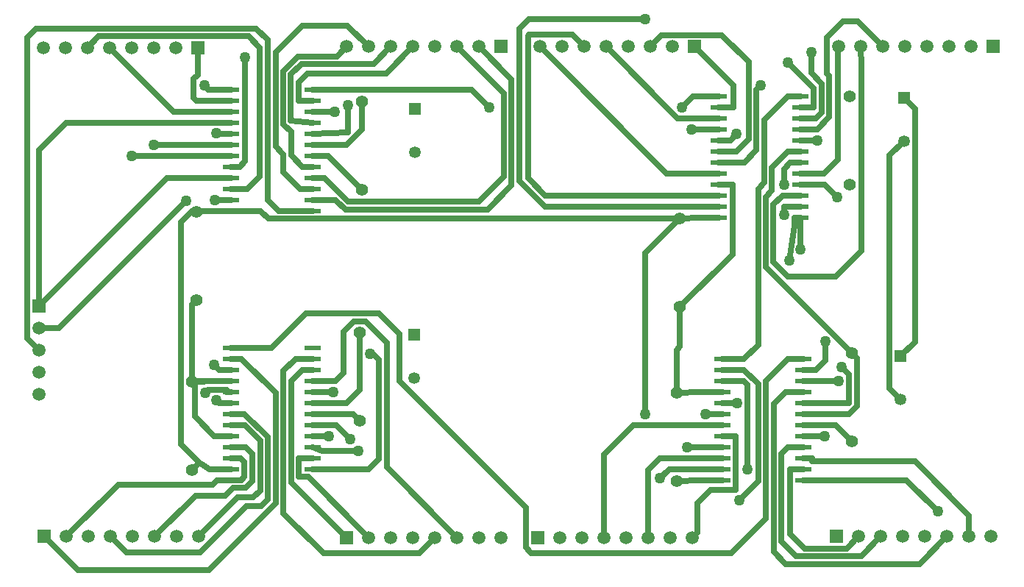
<source format=gtl>
G04*
G04 #@! TF.GenerationSoftware,Altium Limited,Altium Designer,20.0.14 (345)*
G04*
G04 Layer_Physical_Order=1*
G04 Layer_Color=255*
%FSLAX23Y23*%
%MOIN*%
G70*
G01*
G75*
%ADD13R,0.078X0.021*%
%ADD22C,0.025*%
%ADD23C,0.053*%
%ADD24R,0.053X0.053*%
%ADD25R,0.059X0.059*%
%ADD26C,0.059*%
%ADD27C,0.055*%
%ADD28R,0.059X0.059*%
%ADD29C,0.050*%
D13*
X4186Y4545D02*
D03*
Y4495D02*
D03*
Y4445D02*
D03*
Y4395D02*
D03*
Y4345D02*
D03*
Y4295D02*
D03*
Y4245D02*
D03*
Y4195D02*
D03*
Y4145D02*
D03*
Y4095D02*
D03*
Y4045D02*
D03*
Y3995D02*
D03*
X4555D02*
D03*
Y4045D02*
D03*
Y4095D02*
D03*
Y4145D02*
D03*
Y4195D02*
D03*
Y4245D02*
D03*
Y4295D02*
D03*
Y4345D02*
D03*
Y4395D02*
D03*
Y4445D02*
D03*
Y4495D02*
D03*
Y4545D02*
D03*
X4201Y3355D02*
D03*
Y3305D02*
D03*
Y3255D02*
D03*
Y3205D02*
D03*
Y3155D02*
D03*
Y3105D02*
D03*
Y3055D02*
D03*
Y3005D02*
D03*
Y2955D02*
D03*
Y2905D02*
D03*
Y2855D02*
D03*
Y2805D02*
D03*
X4570D02*
D03*
Y2855D02*
D03*
Y2905D02*
D03*
Y2955D02*
D03*
Y3005D02*
D03*
Y3055D02*
D03*
Y3105D02*
D03*
Y3155D02*
D03*
Y3205D02*
D03*
Y3255D02*
D03*
Y3305D02*
D03*
Y3355D02*
D03*
X1976Y3405D02*
D03*
Y3355D02*
D03*
Y3305D02*
D03*
Y3255D02*
D03*
Y3205D02*
D03*
Y3155D02*
D03*
Y3105D02*
D03*
Y3055D02*
D03*
Y3005D02*
D03*
Y2955D02*
D03*
Y2905D02*
D03*
Y2855D02*
D03*
X2345D02*
D03*
Y2905D02*
D03*
Y2955D02*
D03*
Y3005D02*
D03*
Y3055D02*
D03*
Y3105D02*
D03*
Y3155D02*
D03*
Y3205D02*
D03*
Y3255D02*
D03*
Y3305D02*
D03*
Y3355D02*
D03*
Y3405D02*
D03*
X1975Y4575D02*
D03*
Y4525D02*
D03*
Y4475D02*
D03*
Y4425D02*
D03*
Y4375D02*
D03*
Y4325D02*
D03*
Y4275D02*
D03*
Y4225D02*
D03*
Y4175D02*
D03*
Y4125D02*
D03*
Y4075D02*
D03*
Y4025D02*
D03*
X2344D02*
D03*
Y4075D02*
D03*
Y4125D02*
D03*
Y4175D02*
D03*
Y4225D02*
D03*
Y4275D02*
D03*
Y4325D02*
D03*
Y4375D02*
D03*
Y4425D02*
D03*
Y4475D02*
D03*
Y4525D02*
D03*
Y4575D02*
D03*
D22*
X1893Y3255D02*
X1976D01*
X1827D02*
X1893D01*
X1823Y3251D02*
X1893Y3255D01*
X1800Y3250D02*
X1823Y3251D01*
X1827Y3255D01*
X1811Y3240D02*
X1823Y3251D01*
X4529Y3959D02*
Y3995D01*
X1825Y4025D02*
X1895D01*
X1800D02*
X1825D01*
X4609Y2891D02*
Y2905D01*
X1957Y3205D02*
Y3214D01*
X1911Y4375D02*
X1975D01*
X1908Y4378D02*
X1911Y4375D01*
X1625Y4325D02*
X1975D01*
X1525Y4275D02*
X1975D01*
Y4125D02*
X2050D01*
X2107Y4182D01*
Y4766D01*
X2056Y4817D02*
X2107Y4766D01*
X1377Y4817D02*
X2056D01*
X1325Y4765D02*
X1377Y4817D01*
X4186Y4145D02*
X4248D01*
Y3828D02*
Y4145D01*
X4010Y3590D02*
X4248Y3828D01*
X4103Y3205D02*
X4201D01*
X3995Y3200D02*
X4103Y3205D01*
X1811Y3093D02*
Y3240D01*
Y3093D02*
X1900Y3005D01*
X1976D01*
X4570Y2805D02*
X5037D01*
X5178Y2664D01*
X4555Y3850D02*
Y3995D01*
X4529D02*
X4555D01*
X4506Y3801D02*
X4529Y3959D01*
X2191Y4025D02*
X2344D01*
X2142Y4074D02*
X2191Y4025D01*
X2142Y4074D02*
Y4800D01*
X2090Y4852D02*
X2142Y4800D01*
X1093Y4852D02*
X2090D01*
X1052Y4811D02*
X1093Y4852D01*
X1052Y3448D02*
Y4811D01*
Y3448D02*
X1105Y3395D01*
X4103Y3995D02*
X4186D01*
X4010Y3990D02*
X4103Y3995D01*
Y2805D02*
X4201D01*
X3995Y2800D02*
X4103Y2805D01*
X1975Y4025D02*
X2110D01*
X2145Y3990D01*
X4010D01*
X1820Y4020D02*
X1825Y4025D01*
X1800Y2850D02*
X1833Y2883D01*
X1895Y4025D02*
X1975D01*
X1749Y3974D02*
X1800Y4025D01*
X1749Y2967D02*
Y3974D01*
Y2967D02*
X1833Y2883D01*
X1880Y2855D01*
X1976D01*
X4510Y4245D02*
X4555D01*
X4481Y4216D02*
X4510Y4245D01*
X4481Y4145D02*
Y4216D01*
X2679Y4649D02*
X2800Y4770D01*
X2323Y4649D02*
X2679D01*
X2283Y4608D02*
X2323Y4649D01*
X2283Y4525D02*
Y4608D01*
Y4525D02*
X2344D01*
Y4475D02*
X2447D01*
X2621Y4691D02*
X2700Y4770D01*
X2296Y4691D02*
X2621D01*
X2247Y4643D02*
X2296Y4691D01*
X2247Y4433D02*
Y4643D01*
Y4433D02*
X2344Y4425D01*
X2507Y4382D02*
Y4503D01*
X2344Y4375D02*
X2507Y4382D01*
X2456Y4726D02*
X2500Y4770D01*
X2280Y4726D02*
X2456D01*
X2213Y4659D02*
X2280Y4726D01*
X2213Y4419D02*
Y4659D01*
Y4419D02*
X2248Y4384D01*
Y4277D02*
Y4384D01*
Y4277D02*
X2300Y4225D01*
X2344D01*
X2503Y4866D02*
X2600Y4770D01*
X2300Y4866D02*
X2503D01*
X2178Y4744D02*
X2300Y4866D01*
X2178Y4318D02*
Y4744D01*
Y4318D02*
X2213Y4282D01*
Y4200D02*
Y4282D01*
Y4200D02*
X2288Y4125D01*
X2344D01*
X4186Y4345D02*
X4239D01*
X4267Y4373D01*
X4357Y4575D02*
X4377Y4595D01*
X4357Y4300D02*
Y4575D01*
X4302Y4245D02*
X4357Y4300D01*
X4186Y4245D02*
X4302D01*
X3325Y4894D02*
X3851D01*
X3283Y4852D02*
X3325Y4894D01*
X3283Y4162D02*
Y4852D01*
Y4162D02*
X3400Y4045D01*
X4186D01*
X4555Y4495D02*
X4616D01*
Y4580D01*
X4498Y4698D02*
X4616Y4580D01*
X4555Y4445D02*
X4625D01*
X4652Y4471D01*
Y4602D01*
X4604Y4650D02*
X4652Y4602D01*
X4604Y4650D02*
Y4745D01*
X4475Y4095D02*
X4555D01*
X4433Y4054D02*
X4475Y4095D01*
X4433Y3795D02*
Y4054D01*
Y3795D02*
X4500Y3728D01*
X4714D01*
X4831Y3846D01*
Y4677D01*
X4830Y4770D02*
X4831Y4677D01*
X4570Y3255D02*
X4729D01*
X4489Y3205D02*
X4570D01*
X4434Y3150D02*
X4489Y3205D01*
X4434Y2482D02*
Y3150D01*
Y2482D02*
X4490Y2426D01*
X5096D01*
X5220Y2550D01*
X4570Y3155D02*
X4775D01*
X4777Y3157D01*
Y3283D01*
X4742Y3318D02*
X4777Y3283D01*
X4570Y3005D02*
X4667D01*
X4570Y2905D02*
X4609D01*
Y2891D02*
X5074D01*
X5320Y2645D01*
Y2550D02*
Y2645D01*
X4201Y3305D02*
X4300D01*
X4364Y3241D01*
Y2800D02*
Y3241D01*
X4278Y2714D02*
X4364Y2800D01*
X4201Y3155D02*
X4268D01*
X2268Y3355D02*
X2345D01*
X2213Y3300D02*
X2268Y3355D01*
X2213Y2655D02*
Y3300D01*
Y2655D02*
X2395Y2473D01*
X2828D01*
X2900Y2545D01*
X2681Y2864D02*
X3000Y2545D01*
X2681Y2864D02*
Y3429D01*
X2585Y3525D02*
X2681Y3429D01*
X2533Y3525D02*
X2585D01*
X2487Y3479D02*
X2533Y3525D01*
X2487Y3292D02*
Y3479D01*
X2450Y3255D02*
X2487Y3292D01*
X2345Y3255D02*
X2450D01*
X2345Y3205D02*
X2439D01*
X2345Y3005D02*
X2419D01*
X2390Y2938D02*
X2553D01*
X2345Y2955D02*
X2390Y2938D01*
X1130Y2550D02*
X1283Y2397D01*
X1875D01*
X2178Y2700D01*
Y3200D01*
X2023Y3355D02*
X2178Y3200D01*
X1976Y3355D02*
X2023D01*
X1922Y3305D02*
X1976D01*
X1900Y3327D02*
X1922Y3305D01*
X1921Y3155D02*
X1976D01*
X1909Y3167D02*
X1921Y3155D01*
X1976Y2955D02*
X2043D01*
X2072Y2925D01*
Y2801D02*
Y2925D01*
X2042Y2771D02*
X2072Y2801D01*
X1986Y2771D02*
X2042D01*
X1949Y2734D02*
X1986Y2771D01*
X1814Y2734D02*
X1949D01*
X1630Y2550D02*
X1814Y2734D01*
X3920Y2905D02*
X4201D01*
X3865Y2850D02*
X3920Y2905D01*
X3865Y2545D02*
Y2850D01*
X4043Y2955D02*
X4201D01*
X1105Y3595D02*
Y4300D01*
X1230Y4425D01*
X1914D01*
X1915Y4425D01*
X1975D01*
X1902Y4075D02*
X1975D01*
X2345Y3055D02*
X2452D01*
X2515Y2992D01*
X2345Y3105D02*
X2530D01*
X2560Y3075D01*
X2345Y3155D02*
X2500D01*
X2559Y3214D01*
Y3423D01*
X2560Y3424D01*
Y3475D01*
X2606Y3377D02*
X2619D01*
X2646Y3350D01*
Y2901D02*
Y3350D01*
X2600Y2855D02*
X2646Y2901D01*
X2345Y2855D02*
X2600D01*
X4500Y3355D02*
X4570D01*
X4398Y3253D02*
X4500Y3355D01*
X4398Y2632D02*
Y3253D01*
X4241Y2475D02*
X4398Y2632D01*
X3337Y2475D02*
X4241D01*
X3312Y2500D02*
X3337Y2475D01*
X3312Y2500D02*
Y2680D01*
X2739Y3253D02*
X3312Y2680D01*
X2739Y3253D02*
Y3467D01*
X2645Y3560D02*
X2739Y3467D01*
X2315Y3560D02*
X2645D01*
X2160Y3405D02*
X2315Y3560D01*
X1976Y3405D02*
X2160D01*
X4127Y3105D02*
X4201D01*
X3962Y2855D02*
X4201D01*
X3920Y2813D02*
X3962Y2855D01*
X3665Y2545D02*
Y2920D01*
X3800Y3055D01*
X4201D01*
X3853Y3105D02*
Y3833D01*
X4010Y3990D01*
X4065Y2545D02*
X4089Y2569D01*
Y2700D01*
X4150Y2761D01*
X4263D01*
Y3005D01*
X4201D02*
X4263D01*
X4499Y2955D02*
X4570D01*
X4469Y2925D02*
X4499Y2955D01*
X4469Y2527D02*
Y2925D01*
Y2527D02*
X4535Y2461D01*
X4831D01*
X4920Y2550D01*
X4316Y2856D02*
Y3239D01*
X4300Y3255D02*
X4316Y3239D01*
X4201Y3255D02*
X4300D01*
X3400Y4095D02*
X4186D01*
X3322Y4173D02*
X3400Y4095D01*
X3322Y4173D02*
Y4818D01*
X3327Y4823D01*
X3522D01*
X3575Y4770D01*
X2344Y4175D02*
X2400D01*
X2507Y4068D01*
X3100D01*
X3213Y4181D01*
Y4557D01*
X3000Y4770D02*
X3213Y4557D01*
X2344Y4075D02*
X2450D01*
X2494Y4031D01*
X3139D01*
X3247Y4140D01*
Y4622D01*
X3100Y4770D02*
X3247Y4622D01*
X4069Y4545D02*
X4186D01*
X4020Y4496D02*
X4069Y4545D01*
X3066Y4575D02*
X3145Y4496D01*
X2344Y4575D02*
X3066D01*
X2300Y3305D02*
X2345D01*
X2249Y3253D02*
X2300Y3305D01*
X2249Y2796D02*
Y3253D01*
Y2796D02*
X2500Y2545D01*
X2283Y2905D02*
X2345D01*
X2283Y2820D02*
Y2905D01*
Y2820D02*
X2325D01*
X2600Y2545D01*
X1685Y4175D02*
X1975D01*
X1105Y3595D02*
X1685Y4175D01*
X1819Y4525D02*
X1975D01*
X1806Y4538D02*
X1819Y4525D01*
X1806Y4538D02*
Y4623D01*
X1825Y4641D01*
Y4765D01*
X1873Y4575D02*
X1975D01*
X1854Y4594D02*
X1873Y4575D01*
X1196Y3495D02*
X1771Y4070D01*
X1105Y3495D02*
X1196D01*
X1715Y4475D02*
X1975D01*
X1425Y4765D02*
X1715Y4475D01*
X4667Y4145D02*
X4723Y4089D01*
X4555Y4145D02*
X4667D01*
X4500Y4295D02*
X4555D01*
X4427Y4222D02*
X4500Y4295D01*
X4427Y4117D02*
Y4222D01*
X4398Y4089D02*
X4427Y4117D01*
X4398Y3772D02*
Y4089D01*
Y3772D02*
X4790Y3380D01*
X4500Y4545D02*
X4555D01*
X4392Y4437D02*
X4500Y4545D01*
X4392Y4153D02*
Y4437D01*
X4364Y4124D02*
X4392Y4153D01*
X4364Y3418D02*
Y4124D01*
X4300Y3355D02*
X4364Y3418D01*
X4201Y3355D02*
X4300D01*
X4481Y4045D02*
X4555D01*
X4481Y4007D02*
Y4045D01*
X5025Y4538D02*
X5075Y4488D01*
Y3432D02*
Y4488D01*
X5010Y3367D02*
X5075Y3432D01*
X4570Y3305D02*
X4625D01*
X4669Y3349D01*
Y3433D01*
X3875Y4770D02*
X3927Y4822D01*
X4200D01*
X4322Y4700D01*
Y4350D02*
Y4700D01*
X4267Y4295D02*
X4322Y4350D01*
X4186Y4295D02*
X4267D01*
X4815Y4885D02*
X4930Y4770D01*
X4750Y4885D02*
X4815D01*
X4677Y4812D02*
X4750Y4885D01*
X4677Y4648D02*
Y4812D01*
Y4648D02*
X4687Y4638D01*
Y4450D02*
Y4638D01*
X4632Y4395D02*
X4687Y4450D01*
X4555Y4395D02*
X4632D01*
X4555Y4345D02*
X4632D01*
X4555Y4195D02*
X4662D01*
X4725Y4258D01*
Y4765D01*
X4730Y4770D01*
X4061Y4395D02*
X4186D01*
X2040Y4250D02*
Y4722D01*
X2015Y4225D02*
X2040Y4250D01*
X1975Y4225D02*
X2015D01*
X3950Y4195D02*
X4186D01*
X3375Y4770D02*
X3950Y4195D01*
X1830Y2550D02*
X2007Y2727D01*
X2077D01*
X2108Y2757D01*
Y2986D01*
X2038Y3055D02*
X2108Y2986D01*
X1976Y3055D02*
X2038D01*
X1430Y2550D02*
X1503Y2477D01*
X1834D01*
X2044Y2687D01*
X2112D01*
X2142Y2717D01*
Y3000D01*
X2037Y3105D02*
X2142Y3000D01*
X1976Y3105D02*
X2037D01*
X1976Y2905D02*
X2020D01*
X2037Y2888D01*
Y2822D02*
Y2888D01*
X2022Y2806D02*
X2037Y2822D01*
X1913Y2806D02*
X2022D01*
X1893Y2786D02*
X1913Y2806D01*
X1466Y2786D02*
X1893D01*
X1230Y2550D02*
X1466Y2786D01*
X1957Y3205D02*
X1976D01*
X1872Y3214D02*
X1957D01*
X1860Y3202D02*
X1872Y3214D01*
X4508Y2855D02*
X4570D01*
X4508Y2562D02*
Y2855D01*
Y2562D02*
X4574Y2496D01*
X4766D01*
X4820Y2550D01*
X4570Y3105D02*
X4775D01*
X4812Y3141D01*
Y3359D01*
X4790Y3380D02*
X4812Y3359D01*
X4000Y4445D02*
X4186D01*
X3675Y4770D02*
X4000Y4445D01*
X4186Y4495D02*
X4251D01*
Y4594D01*
X4075Y4770D02*
X4251Y4594D01*
X4570Y3055D02*
X4715D01*
X4790Y2980D01*
X2344Y4275D02*
X2415D01*
X2570Y4120D01*
Y4395D02*
Y4520D01*
X2500Y4325D02*
X2570Y4395D01*
X2344Y4325D02*
X2500D01*
X4960Y4277D02*
X5025Y4342D01*
X4960Y3220D02*
Y4277D01*
Y3220D02*
X5010Y3170D01*
X4010Y3410D02*
Y3590D01*
X3995Y3395D02*
X4010Y3410D01*
X3995Y3200D02*
Y3395D01*
X1800Y3250D02*
Y3600D01*
X1820Y3620D01*
D23*
X5025Y4342D02*
D03*
X2810Y4292D02*
D03*
X5010Y3170D02*
D03*
X2805Y3267D02*
D03*
D24*
X5025Y4538D02*
D03*
X2810Y4488D02*
D03*
X5010Y3367D02*
D03*
X2805Y3463D02*
D03*
D25*
X5430Y4770D02*
D03*
X4075D02*
D03*
X4720Y2550D02*
D03*
X3365Y2545D02*
D03*
X2500D02*
D03*
X1130Y2550D02*
D03*
X3200Y4770D02*
D03*
X1825Y4765D02*
D03*
D26*
X5330Y4770D02*
D03*
X5230D02*
D03*
X5130D02*
D03*
X5030D02*
D03*
X4930D02*
D03*
X4830D02*
D03*
X4730D02*
D03*
X3975D02*
D03*
X3875D02*
D03*
X3775D02*
D03*
X3675D02*
D03*
X3575D02*
D03*
X3475D02*
D03*
X3375D02*
D03*
X1105Y3195D02*
D03*
Y3295D02*
D03*
Y3395D02*
D03*
Y3495D02*
D03*
X4820Y2550D02*
D03*
X4920D02*
D03*
X5020D02*
D03*
X5120D02*
D03*
X5220D02*
D03*
X5320D02*
D03*
X5420D02*
D03*
X3465Y2545D02*
D03*
X3565D02*
D03*
X3665D02*
D03*
X3765D02*
D03*
X3865D02*
D03*
X3965D02*
D03*
X4065D02*
D03*
X2600D02*
D03*
X2700D02*
D03*
X2800D02*
D03*
X2900D02*
D03*
X3000D02*
D03*
X3100D02*
D03*
X3200D02*
D03*
X1230Y2550D02*
D03*
X1330D02*
D03*
X1430D02*
D03*
X1530D02*
D03*
X1630D02*
D03*
X1730D02*
D03*
X1830D02*
D03*
X3100Y4770D02*
D03*
X3000D02*
D03*
X2900D02*
D03*
X2800D02*
D03*
X2700D02*
D03*
X2600D02*
D03*
X2500D02*
D03*
X1725Y4765D02*
D03*
X1625D02*
D03*
X1525D02*
D03*
X1425D02*
D03*
X1325D02*
D03*
X1225D02*
D03*
X1125D02*
D03*
D27*
X4780Y4545D02*
D03*
Y4145D02*
D03*
X2570Y4520D02*
D03*
Y4120D02*
D03*
X4010Y3590D02*
D03*
Y3990D02*
D03*
X1820Y3620D02*
D03*
Y4020D02*
D03*
X4790Y3380D02*
D03*
Y2980D02*
D03*
X2560Y3475D02*
D03*
Y3075D02*
D03*
X3995Y3200D02*
D03*
Y2800D02*
D03*
X1800Y3250D02*
D03*
Y2850D02*
D03*
D28*
X1105Y3595D02*
D03*
D29*
X1908Y4378D02*
D03*
X1625Y4325D02*
D03*
X1525Y4275D02*
D03*
X5178Y2664D02*
D03*
X4555Y3850D02*
D03*
X4506Y3801D02*
D03*
X4481Y4145D02*
D03*
X2447Y4475D02*
D03*
X2507Y4503D02*
D03*
X4267Y4373D02*
D03*
X4377Y4595D02*
D03*
X3851Y4894D02*
D03*
X4498Y4698D02*
D03*
X4604Y4745D02*
D03*
X4729Y3255D02*
D03*
X4742Y3318D02*
D03*
X4667Y3005D02*
D03*
X4278Y2714D02*
D03*
X4268Y3155D02*
D03*
X2439Y3205D02*
D03*
X2419Y3005D02*
D03*
X2553Y2938D02*
D03*
X1900Y3327D02*
D03*
X1909Y3167D02*
D03*
X4043Y2955D02*
D03*
X1902Y4075D02*
D03*
X2515Y2992D02*
D03*
X2606Y3377D02*
D03*
X4127Y3105D02*
D03*
X3920Y2813D02*
D03*
X3853Y3105D02*
D03*
X4316Y2856D02*
D03*
X4020Y4496D02*
D03*
X3145D02*
D03*
X1854Y4594D02*
D03*
X1771Y4070D02*
D03*
X4723Y4089D02*
D03*
X4481Y4007D02*
D03*
X4669Y3433D02*
D03*
X4632Y4345D02*
D03*
X4061Y4395D02*
D03*
X2040Y4722D02*
D03*
X1860Y3202D02*
D03*
M02*

</source>
